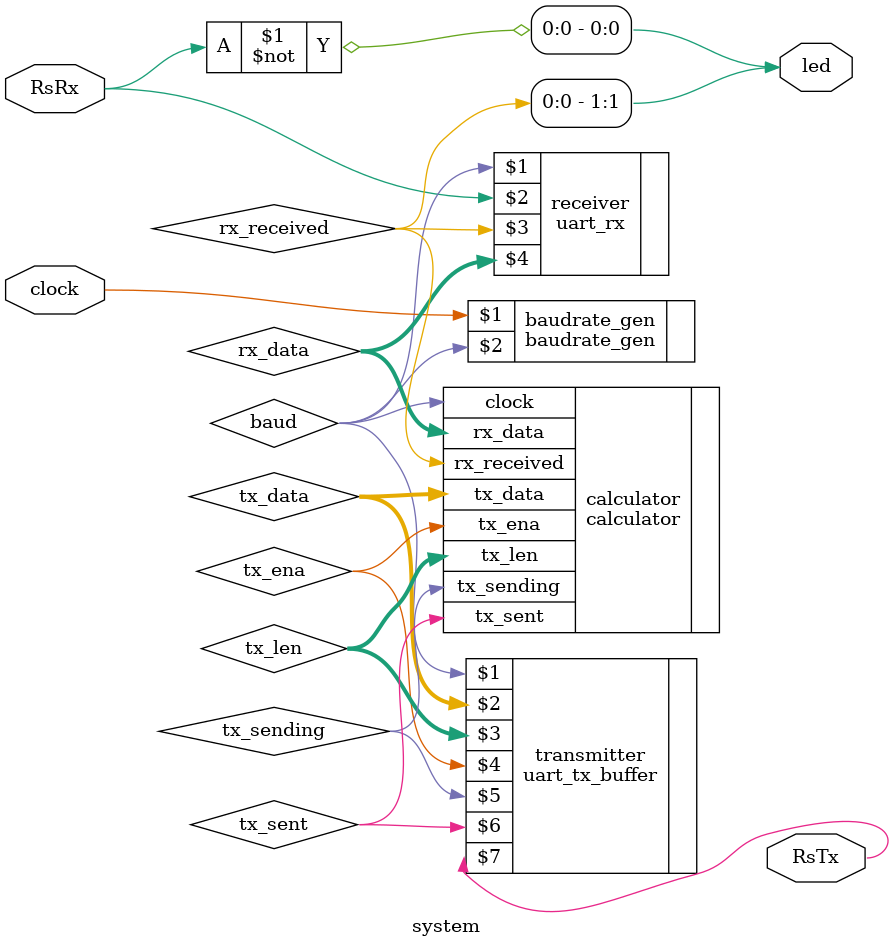
<source format=v>
`timescale 1ns / 1ps


module system(
    output wire [1:0] led,
    output wire RsTx,
    input wire RsRx,
    input clock
    );
    
    wire [151:0] tx_data;
    wire [7:0] tx_len;
    
    wire [7:0] rx_data;
    wire rx_received;
    
    assign led[0] = ~RsRx;
    assign led[1] = rx_received;
    
    baudrate_gen baudrate_gen(clock, baud);
    uart_rx receiver(baud, RsRx, rx_received, rx_data);
    uart_tx_buffer #(.LEN(19)) transmitter(baud, tx_data, tx_len, tx_ena, tx_sending, tx_sent, RsTx);
    
    calculator calculator(
        .tx_data(tx_data),
        .tx_len(tx_len),
        .tx_ena(tx_ena),
        .tx_sending(tx_sending),
        .tx_sent(tx_sent),
        
        .rx_data(rx_data),
        .rx_received(rx_received),
        
        .clock(baud)
    );
    
//    reg ena = 0;
    
//    wire [47:0] all;
//    stringToFixedPoint s2fp(all, 4'd1, 4'd2, 4'd3, 4'd4, 4'd5, 4'd6, 4'd5, 4'd4, 4'd3, 4'd2, 4'd1, 4'd0);
    
//    wire [3:0] u6, u5, u4, u3, u2, u1;
//    wire [3:0] l6, l5, l4, l3, l2, l1;
//    fixedPointToString fp2s(u6, u5, u4, u3, u2, u1, l6, l5, l4, l3, l2, l1, all);
    
//    wire [151:0] data_in;
//    assign data_in = {
//    //  \r     \n     space
//        8'h0d, 8'h0a, 8'h20, 
//        u6 + 8'h30, u5 + 8'h30, u4 + 8'h30, u3 + 8'h30, u2 + 8'h30, u1 + 8'h30, 
//        8'h2e,
//        l6 + 8'h30, l5 + 8'h30, l4 + 8'h30, l3 + 8'h30, l2 + 8'h30, l1 + 8'h30, 
//        8'h20, 8'h3e, 8'h20
//    };
//    baudrate_gen baudrate_gen(clock, baud);
//    uart_tx_buffer #(.LEN(19)) transmitter(baud, data_in, 8'd19, ena, sending, sent, RsTx);
    
//    always @(posedge baud)
//    ena = ~ena;
endmodule

</source>
